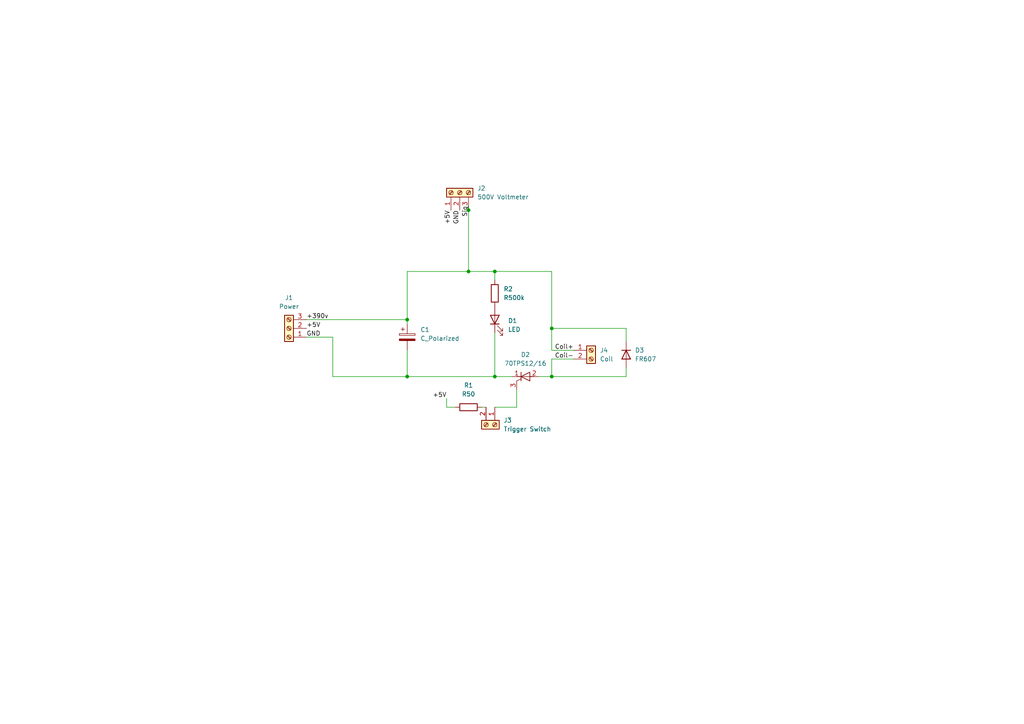
<source format=kicad_sch>
(kicad_sch (version 20211123) (generator eeschema)
  (paper "A4")
  (lib_symbols
    (symbol "Connector:Screw_Terminal_01x02" (pin_names (offset 1.016) hide)
      (property "Reference" "J" (at 0 2.54 0))
      (property "Value" "Screw_Terminal_01x02" (at 0 -5.08 0))
      (symbol "Screw_Terminal_01x02_1_1"
        (rectangle (start -1.27 1.27) (end 1.27 -3.81) (stroke (width 0.254)) (fill (type background)))
        (circle (center 0 -2.54) (radius 0.635) (stroke (width 0.1524)))
        (polyline (pts (xy -0.5334 -2.2098) (xy 0.3302 -3.048)) (stroke (width 0.1524)))
        (polyline (pts (xy -0.5334 0.3302) (xy 0.3302 -0.508)) (stroke (width 0.1524)))
        (polyline (pts (xy -0.3556 -2.032) (xy 0.508 -2.8702)) (stroke (width 0.1524)))
        (polyline (pts (xy -0.3556 0.508) (xy 0.508 -0.3302)) (stroke (width 0.1524)))
        (circle (center 0 0) (radius 0.635) (stroke (width 0.1524)))
        (pin passive line (at -5.08 0 0) (length 3.81) (name "Pin_1") (number "1"))
        (pin passive line (at -5.08 -2.54 0) (length 3.81) (name "Pin_2") (number "2"))
      )
    )
    (symbol "Connector:Screw_Terminal_01x03" (pin_names (offset 1.016) hide)
      (property "Reference" "J" (at 0 5.08 0))
      (property "Value" "Screw_Terminal_01x03" (at 0 -5.08 0))
      (symbol "Screw_Terminal_01x03_1_1"
        (rectangle (start -1.27 3.81) (end 1.27 -3.81) (stroke (width 0.254)) (fill (type background)))
        (circle (center 0 -2.54) (radius 0.635) (stroke (width 0.1524)))
        (polyline (pts (xy -0.5334 -2.2098) (xy 0.3302 -3.048)) (stroke (width 0.1524)))
        (polyline (pts (xy -0.5334 0.3302) (xy 0.3302 -0.508)) (stroke (width 0.1524)))
        (polyline (pts (xy -0.5334 2.8702) (xy 0.3302 2.032)) (stroke (width 0.1524)))
        (polyline (pts (xy -0.3556 -2.032) (xy 0.508 -2.8702)) (stroke (width 0.1524)))
        (polyline (pts (xy -0.3556 0.508) (xy 0.508 -0.3302)) (stroke (width 0.1524)))
        (polyline (pts (xy -0.3556 3.048) (xy 0.508 2.2098)) (stroke (width 0.1524)))
        (circle (center 0 0) (radius 0.635) (stroke (width 0.1524)))
        (circle (center 0 2.54) (radius 0.635) (stroke (width 0.1524)))
        (pin passive line (at -5.08 2.54 0) (length 3.81) (name "Pin_1") (number "1"))
        (pin passive line (at -5.08 0 0) (length 3.81) (name "Pin_2") (number "2"))
        (pin passive line (at -5.08 -2.54 0) (length 3.81) (name "Pin_3") (number "3"))
      )
    )
    (symbol "Device:C_Polarized" (pin_numbers hide) (pin_names (offset 0.254))
      (property "Reference" "C" (at 0.635 2.54 0))
      (property "Value" "C_Polarized" (at 0.635 -2.54 0))
      (symbol "C_Polarized_0_1"
        (rectangle (start -2.286 0.508) (end 2.286 1.016))
        (polyline (pts (xy -1.778 2.286) (xy -0.762 2.286)))
        (polyline (pts (xy -1.27 2.794) (xy -1.27 1.778)))
        (rectangle (start 2.286 -0.508) (end -2.286 -1.016) (fill (type outline)))
      )
      (symbol "C_Polarized_1_1"
        (pin passive line (at 0 3.81 270) (length 2.794) (name "~") (number "1"))
        (pin passive line (at 0 -3.81 90) (length 2.794) (name "~") (number "2"))
      )
    )
    (symbol "Device:LED" (pin_numbers hide) (pin_names (offset 1.016) hide)
      (property "Reference" "D" (at 0 2.54 0))
      (property "Value" "LED" (at 0 -2.54 0))
      (symbol "LED_0_1"
        (polyline (pts (xy -1.27 -1.27) (xy -1.27 1.27)) (stroke (width 0.254)))
        (polyline (pts (xy -1.27 0) (xy 1.27 0)))
        (polyline (pts (xy 1.27 -1.27) (xy 1.27 1.27) (xy -1.27 0) (xy 1.27 -1.27)) (stroke (width 0.254)))
        (polyline (pts (xy -3.048 -0.762) (xy -4.572 -2.286) (xy -3.81 -2.286) (xy -4.572 -2.286) (xy -4.572 -1.524)))
        (polyline (pts (xy -1.778 -0.762) (xy -3.302 -2.286) (xy -2.54 -2.286) (xy -3.302 -2.286) (xy -3.302 -1.524)))
      )
      (symbol "LED_1_1"
        (pin passive line (at -3.81 0 0) (length 2.54) (name "K") (number "1"))
        (pin passive line (at 3.81 0 180) (length 2.54) (name "A") (number "2"))
      )
    )
    (symbol "Device:Q_SCR_KAG" (pin_names (offset 0) hide)
      (property "Reference" "D" (at 1.905 0.635 0))
      (property "Value" "Q_SCR_KAG" (at 1.905 -1.27 0))
      (symbol "Q_SCR_KAG_0_1"
        (polyline (pts (xy -1.27 -2.54) (xy -0.635 -1.27)))
        (polyline (pts (xy -1.27 -1.27) (xy 1.27 -1.27)) (stroke (width 0.2032)))
        (polyline (pts (xy 0 -2.54) (xy 0 2.54)))
        (polyline (pts (xy -1.27 1.27) (xy 1.27 1.27) (xy 0 -1.27) (xy -1.27 1.27)) (stroke (width 0.2032)))
      )
      (symbol "Q_SCR_KAG_1_1"
        (pin passive line (at 0 -3.81 90) (length 2.54) (name "K") (number "1"))
        (pin passive line (at 0 3.81 270) (length 2.54) (name "A") (number "2"))
        (pin input line (at -3.81 -2.54 0) (length 2.54) (name "G") (number "3"))
      )
    )
    (symbol "Device:R" (pin_numbers hide) (pin_names (offset 0))
      (property "Reference" "R" (at 2.032 0 90))
      (property "Value" "R" (at 0 0 90))
      (symbol "R_0_1"
        (rectangle (start -1.016 -2.54) (end 1.016 2.54) (stroke (width 0.254)))
      )
      (symbol "R_1_1"
        (pin passive line (at 0 3.81 270) (length 1.27) (name "~") (number "1"))
        (pin passive line (at 0 -3.81 90) (length 1.27) (name "~") (number "2"))
      )
    )
    (symbol "Diode:BA159" (pin_numbers hide) (pin_names hide)
      (property "Reference" "D" (at 0 2.54 0))
      (property "Value" "BA159" (at 0 -2.54 0))
      (symbol "BA159_0_1"
        (polyline (pts (xy -1.27 1.27) (xy -1.27 -1.27)) (stroke (width 0.254)))
        (polyline (pts (xy 1.27 0) (xy -1.27 0)))
        (polyline (pts (xy 1.27 1.27) (xy 1.27 -1.27) (xy -1.27 0) (xy 1.27 1.27)) (stroke (width 0.254)))
      )
      (symbol "BA159_1_1"
        (pin passive line (at -3.81 0 0) (length 2.54) (name "K") (number "1"))
        (pin passive line (at 3.81 0 180) (length 2.54) (name "A") (number "2"))
      )
    )
  )
  (junction (at 143.51 109.22))
  (junction (at 135.89 60.96))
  (junction (at 135.89 78.74))
  (junction (at 118.11 92.71))
  (junction (at 118.11 109.22))
  (junction (at 160.02 109.22))
  (junction (at 160.02 95.25))
  (junction (at 143.51 78.74))
  (wire (pts (xy 149.86 113.03) (xy 149.86 118.11)))
  (wire (pts (xy 160.02 109.22) (xy 160.02 104.14)))
  (wire (pts (xy 135.89 59.69) (xy 135.89 60.96)))
  (wire (pts (xy 88.9 92.71) (xy 118.11 92.71)))
  (wire (pts (xy 148.59 109.22) (xy 143.51 109.22)))
  (wire (pts (xy 118.11 78.74) (xy 118.11 92.71)))
  (wire (pts (xy 135.89 78.74) (xy 143.51 78.74)))
  (wire (pts (xy 118.11 92.71) (xy 118.11 93.98)))
  (wire (pts (xy 160.02 104.14) (xy 166.37 104.14)))
  (wire (pts (xy 143.51 78.74) (xy 143.51 81.28)))
  (wire (pts (xy 118.11 78.74) (xy 135.89 78.74)))
  (wire (pts (xy 160.02 109.22) (xy 156.21 109.22)))
  (wire (pts (xy 166.37 101.6) (xy 160.02 101.6)))
  (wire (pts (xy 181.61 109.22) (xy 160.02 109.22)))
  (wire (pts (xy 160.02 101.6) (xy 160.02 95.25)))
  (wire (pts (xy 129.54 118.11) (xy 132.08 118.11)))
  (wire (pts (xy 129.54 115.57) (xy 129.54 118.11)))
  (wire (pts (xy 139.7 118.11) (xy 140.97 118.11)))
  (wire (pts (xy 143.51 118.11) (xy 149.86 118.11)))
  (wire (pts (xy 160.02 95.25) (xy 181.61 95.25)))
  (wire (pts (xy 181.61 106.68) (xy 181.61 109.22)))
  (wire (pts (xy 143.51 109.22) (xy 118.11 109.22)))
  (wire (pts (xy 88.9 97.79) (xy 96.52 97.79)))
  (wire (pts (xy 143.51 78.74) (xy 160.02 78.74)))
  (wire (pts (xy 118.11 109.22) (xy 118.11 101.6)))
  (wire (pts (xy 135.89 60.96) (xy 135.89 78.74)))
  (wire (pts (xy 181.61 95.25) (xy 181.61 99.06)))
  (wire (pts (xy 96.52 109.22) (xy 118.11 109.22)))
  (wire (pts (xy 96.52 97.79) (xy 96.52 109.22)))
  (wire (pts (xy 160.02 78.74) (xy 160.02 95.25)))
  (wire (pts (xy 143.51 96.52) (xy 143.51 109.22)))
  (label "Coil+" (at 166.37 101.6 180))
  (label "GND" (at 133.35 60.96 270))
  (label "Coil-" (at 166.37 104.14 180))
  (label "+5V" (at 88.9 95.25 0))
  (label "GND" (at 88.9 97.79 0))
  (label "Sig" (at 135.89 59.69 270))
  (label "+390v" (at 88.9 92.71 0))
  (label "+5V" (at 129.54 115.57 180))
  (label "+5V" (at 130.81 60.96 270))
  (symbol (lib_id "Diode:BA159") (at 181.61 102.87 270) (unit 1)
    (property "Reference" "D3" (at 184.15 101.5999 90) (effects (justify left)))
    (property "Value" "FR607" (at 184.15 104.1399 90) (effects (justify left)))
    (property "Footprint" "Diode_THT:D_DO-27_P15.24mm_Horizontal" (effects hide))
    (property "Datasheet" "https://www.vishay.com/docs/88536/ba157.pdf" (effects hide))
  )
  (symbol (lib_id "Connector:Screw_Terminal_01x02") (at 171.45 101.6 0) (unit 1)
    (property "Reference" "J4" (at 173.99 101.5999 0) (effects (justify left)))
    (property "Value" "Coil" (at 173.99 104.1399 0) (effects (justify left)))
    (property "Footprint" "TerminalBlock:TerminalBlock_bornier-2_P5.08mm" (effects hide))
  )
  (symbol (lib_id "Device:C_Polarized") (at 118.11 97.79 0) (unit 1)
    (property "Reference" "C1" (at 121.92 95.6309 0) (effects (justify left)))
    (property "Value" "C_Polarized" (at 121.92 98.1709 0) (effects (justify left)))
    (property "Footprint" "Capacitor_THT:CP_Radial_D35.0mm_P10.00mm_SnapIn" (effects hide))
  )
  (symbol (lib_id "Connector:Screw_Terminal_01x02") (at 143.51 123.19 270) (unit 1)
    (property "Reference" "J3" (at 146.05 121.9199 90) (effects (justify left)))
    (property "Value" "Trigger Switch" (at 146.05 124.4599 90) (effects (justify left)))
    (property "Footprint" "TerminalBlock:TerminalBlock_bornier-2_P5.08mm" (effects hide))
  )
  (symbol (lib_id "Device:LED") (at 143.51 92.71 90) (unit 1)
    (property "Reference" "D1" (at 147.32 93.0274 90) (effects (justify right)))
    (property "Value" "LED" (at 147.32 95.5674 90) (effects (justify right)))
    (property "Footprint" "LED_THT:LED_D5.0mm" (effects hide))
  )
  (symbol (lib_id "Connector:Screw_Terminal_01x03") (at 133.35 55.88 90) (unit 1)
    (property "Reference" "J2" (at 138.43 54.6099 90) (effects (justify right)))
    (property "Value" "500V Voltmeter" (at 138.43 57.1499 90) (effects (justify right)))
    (property "Footprint" "TerminalBlock:TerminalBlock_bornier-3_P5.08mm" (effects hide))
  )
  (symbol (lib_id "Device:R") (at 135.89 118.11 90) (unit 1)
    (property "Reference" "R1" (at 135.89 111.76 90))
    (property "Value" "R50" (at 135.89 114.3 90))
    (property "Footprint" "Resistor_THT:R_Axial_DIN0309_L9.0mm_D3.2mm_P12.70mm_Horizontal" (effects hide))
  )
  (symbol (lib_id "Device:R") (at 143.51 85.09 180) (unit 1)
    (property "Reference" "R2" (at 146.05 83.8199 0) (effects (justify right)))
    (property "Value" "R500k" (at 146.05 86.3599 0) (effects (justify right)))
    (property "Footprint" "Resistor_THT:R_Axial_DIN0309_L9.0mm_D3.2mm_P12.70mm_Horizontal" (effects hide))
  )
  (symbol (lib_id "Device:Q_SCR_KAG") (at 152.4 109.22 270) (mirror x) (unit 1)
    (property "Reference" "D2" (at 152.4 102.87 90))
    (property "Value" "70TPS12/16" (at 152.4 105.41 90))
    (property "Footprint" "Package_TO_SOT_THT:TO-247-3_Vertical" (effects hide))
  )
  (symbol (lib_id "Connector:Screw_Terminal_01x03") (at 83.82 95.25 180) (unit 1)
    (property "Reference" "J1" (at 83.82 86.36 0))
    (property "Value" "Power" (at 83.82 88.9 0))
    (property "Footprint" "TerminalBlock:TerminalBlock_bornier-3_P5.08mm" (effects hide))
  )
)
</source>
